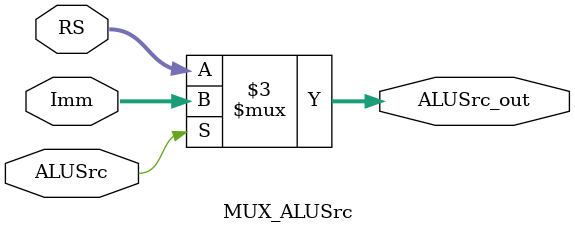
<source format=sv>
module MUX_ALUSrc(
input logic ALUSrc,
input logic[31:0] RS,
input logic[31:0] Imm,
output logic[31:0] ALUSrc_out
);


	always_comb begin
		if(ALUSrc) begin
			ALUSrc_out = Imm;
		end
		else begin
			ALUSrc_out = RS;
		end
	end
		
endmodule




</source>
